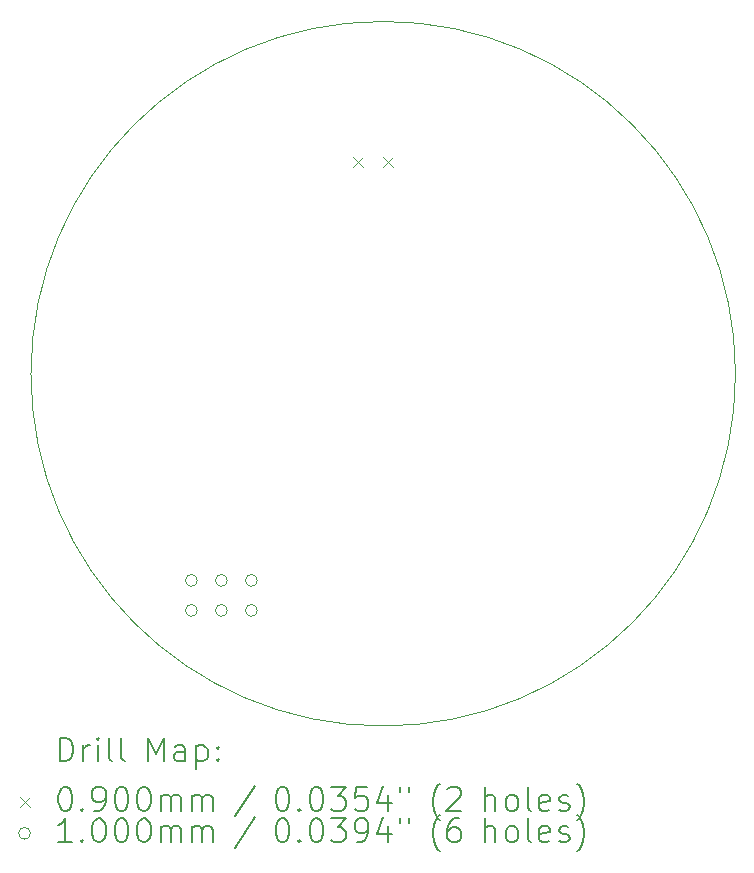
<source format=gbr>
%TF.GenerationSoftware,KiCad,Pcbnew,(6.99.0-2452-gdb4f2d9dd8)*%
%TF.CreationDate,2022-08-02T22:01:31-05:00*%
%TF.ProjectId,TofG,546f6647-2e6b-4696-9361-645f70636258,rev?*%
%TF.SameCoordinates,Original*%
%TF.FileFunction,Drillmap*%
%TF.FilePolarity,Positive*%
%FSLAX45Y45*%
G04 Gerber Fmt 4.5, Leading zero omitted, Abs format (unit mm)*
G04 Created by KiCad (PCBNEW (6.99.0-2452-gdb4f2d9dd8)) date 2022-08-02 22:01:31*
%MOMM*%
%LPD*%
G01*
G04 APERTURE LIST*
%ADD10C,0.100000*%
%ADD11C,0.200000*%
%ADD12C,0.090000*%
G04 APERTURE END LIST*
D10*
X9932506Y-7842506D02*
G75*
G03*
X9932506Y-7842506I-2982506J0D01*
G01*
D11*
D12*
X6691000Y-6005000D02*
X6781000Y-6095000D01*
X6781000Y-6005000D02*
X6691000Y-6095000D01*
X6945000Y-6005000D02*
X7035000Y-6095000D01*
X7035000Y-6005000D02*
X6945000Y-6095000D01*
D10*
X5376000Y-9593000D02*
G75*
G03*
X5376000Y-9593000I-50000J0D01*
G01*
X5376000Y-9847000D02*
G75*
G03*
X5376000Y-9847000I-50000J0D01*
G01*
X5630000Y-9593000D02*
G75*
G03*
X5630000Y-9593000I-50000J0D01*
G01*
X5630000Y-9847000D02*
G75*
G03*
X5630000Y-9847000I-50000J0D01*
G01*
X5884000Y-9593000D02*
G75*
G03*
X5884000Y-9593000I-50000J0D01*
G01*
X5884000Y-9847000D02*
G75*
G03*
X5884000Y-9847000I-50000J0D01*
G01*
D11*
X4210113Y-11123488D02*
X4210113Y-10923488D01*
X4210113Y-10923488D02*
X4257732Y-10923488D01*
X4257732Y-10923488D02*
X4286303Y-10933012D01*
X4286303Y-10933012D02*
X4305351Y-10952060D01*
X4305351Y-10952060D02*
X4314875Y-10971107D01*
X4314875Y-10971107D02*
X4324399Y-11009203D01*
X4324399Y-11009203D02*
X4324399Y-11037774D01*
X4324399Y-11037774D02*
X4314875Y-11075869D01*
X4314875Y-11075869D02*
X4305351Y-11094917D01*
X4305351Y-11094917D02*
X4286303Y-11113964D01*
X4286303Y-11113964D02*
X4257732Y-11123488D01*
X4257732Y-11123488D02*
X4210113Y-11123488D01*
X4410113Y-11123488D02*
X4410113Y-10990155D01*
X4410113Y-11028250D02*
X4419637Y-11009203D01*
X4419637Y-11009203D02*
X4429161Y-10999679D01*
X4429161Y-10999679D02*
X4448208Y-10990155D01*
X4448208Y-10990155D02*
X4467256Y-10990155D01*
X4533922Y-11123488D02*
X4533922Y-10990155D01*
X4533922Y-10923488D02*
X4524399Y-10933012D01*
X4524399Y-10933012D02*
X4533922Y-10942536D01*
X4533922Y-10942536D02*
X4543446Y-10933012D01*
X4543446Y-10933012D02*
X4533922Y-10923488D01*
X4533922Y-10923488D02*
X4533922Y-10942536D01*
X4657732Y-11123488D02*
X4638684Y-11113964D01*
X4638684Y-11113964D02*
X4629161Y-11094917D01*
X4629161Y-11094917D02*
X4629161Y-10923488D01*
X4762494Y-11123488D02*
X4743446Y-11113964D01*
X4743446Y-11113964D02*
X4733922Y-11094917D01*
X4733922Y-11094917D02*
X4733922Y-10923488D01*
X4958684Y-11123488D02*
X4958684Y-10923488D01*
X4958684Y-10923488D02*
X5025351Y-11066345D01*
X5025351Y-11066345D02*
X5092018Y-10923488D01*
X5092018Y-10923488D02*
X5092018Y-11123488D01*
X5272970Y-11123488D02*
X5272970Y-11018726D01*
X5272970Y-11018726D02*
X5263446Y-10999679D01*
X5263446Y-10999679D02*
X5244399Y-10990155D01*
X5244399Y-10990155D02*
X5206303Y-10990155D01*
X5206303Y-10990155D02*
X5187256Y-10999679D01*
X5272970Y-11113964D02*
X5253922Y-11123488D01*
X5253922Y-11123488D02*
X5206303Y-11123488D01*
X5206303Y-11123488D02*
X5187256Y-11113964D01*
X5187256Y-11113964D02*
X5177732Y-11094917D01*
X5177732Y-11094917D02*
X5177732Y-11075869D01*
X5177732Y-11075869D02*
X5187256Y-11056822D01*
X5187256Y-11056822D02*
X5206303Y-11047298D01*
X5206303Y-11047298D02*
X5253922Y-11047298D01*
X5253922Y-11047298D02*
X5272970Y-11037774D01*
X5368208Y-10990155D02*
X5368208Y-11190155D01*
X5368208Y-10999679D02*
X5387256Y-10990155D01*
X5387256Y-10990155D02*
X5425351Y-10990155D01*
X5425351Y-10990155D02*
X5444399Y-10999679D01*
X5444399Y-10999679D02*
X5453922Y-11009203D01*
X5453922Y-11009203D02*
X5463446Y-11028250D01*
X5463446Y-11028250D02*
X5463446Y-11085393D01*
X5463446Y-11085393D02*
X5453922Y-11104441D01*
X5453922Y-11104441D02*
X5444399Y-11113964D01*
X5444399Y-11113964D02*
X5425351Y-11123488D01*
X5425351Y-11123488D02*
X5387256Y-11123488D01*
X5387256Y-11123488D02*
X5368208Y-11113964D01*
X5549161Y-11104441D02*
X5558684Y-11113964D01*
X5558684Y-11113964D02*
X5549161Y-11123488D01*
X5549161Y-11123488D02*
X5539637Y-11113964D01*
X5539637Y-11113964D02*
X5549161Y-11104441D01*
X5549161Y-11104441D02*
X5549161Y-11123488D01*
X5549161Y-10999679D02*
X5558684Y-11009203D01*
X5558684Y-11009203D02*
X5549161Y-11018726D01*
X5549161Y-11018726D02*
X5539637Y-11009203D01*
X5539637Y-11009203D02*
X5549161Y-10999679D01*
X5549161Y-10999679D02*
X5549161Y-11018726D01*
D12*
X3872494Y-11425012D02*
X3962494Y-11515012D01*
X3962494Y-11425012D02*
X3872494Y-11515012D01*
D11*
X4248208Y-11343488D02*
X4267256Y-11343488D01*
X4267256Y-11343488D02*
X4286303Y-11353012D01*
X4286303Y-11353012D02*
X4295827Y-11362536D01*
X4295827Y-11362536D02*
X4305351Y-11381583D01*
X4305351Y-11381583D02*
X4314875Y-11419679D01*
X4314875Y-11419679D02*
X4314875Y-11467298D01*
X4314875Y-11467298D02*
X4305351Y-11505393D01*
X4305351Y-11505393D02*
X4295827Y-11524441D01*
X4295827Y-11524441D02*
X4286303Y-11533964D01*
X4286303Y-11533964D02*
X4267256Y-11543488D01*
X4267256Y-11543488D02*
X4248208Y-11543488D01*
X4248208Y-11543488D02*
X4229161Y-11533964D01*
X4229161Y-11533964D02*
X4219637Y-11524441D01*
X4219637Y-11524441D02*
X4210113Y-11505393D01*
X4210113Y-11505393D02*
X4200589Y-11467298D01*
X4200589Y-11467298D02*
X4200589Y-11419679D01*
X4200589Y-11419679D02*
X4210113Y-11381583D01*
X4210113Y-11381583D02*
X4219637Y-11362536D01*
X4219637Y-11362536D02*
X4229161Y-11353012D01*
X4229161Y-11353012D02*
X4248208Y-11343488D01*
X4400589Y-11524441D02*
X4410113Y-11533964D01*
X4410113Y-11533964D02*
X4400589Y-11543488D01*
X4400589Y-11543488D02*
X4391065Y-11533964D01*
X4391065Y-11533964D02*
X4400589Y-11524441D01*
X4400589Y-11524441D02*
X4400589Y-11543488D01*
X4505351Y-11543488D02*
X4543446Y-11543488D01*
X4543446Y-11543488D02*
X4562494Y-11533964D01*
X4562494Y-11533964D02*
X4572018Y-11524441D01*
X4572018Y-11524441D02*
X4591065Y-11495869D01*
X4591065Y-11495869D02*
X4600589Y-11457774D01*
X4600589Y-11457774D02*
X4600589Y-11381583D01*
X4600589Y-11381583D02*
X4591065Y-11362536D01*
X4591065Y-11362536D02*
X4581542Y-11353012D01*
X4581542Y-11353012D02*
X4562494Y-11343488D01*
X4562494Y-11343488D02*
X4524399Y-11343488D01*
X4524399Y-11343488D02*
X4505351Y-11353012D01*
X4505351Y-11353012D02*
X4495827Y-11362536D01*
X4495827Y-11362536D02*
X4486303Y-11381583D01*
X4486303Y-11381583D02*
X4486303Y-11429202D01*
X4486303Y-11429202D02*
X4495827Y-11448250D01*
X4495827Y-11448250D02*
X4505351Y-11457774D01*
X4505351Y-11457774D02*
X4524399Y-11467298D01*
X4524399Y-11467298D02*
X4562494Y-11467298D01*
X4562494Y-11467298D02*
X4581542Y-11457774D01*
X4581542Y-11457774D02*
X4591065Y-11448250D01*
X4591065Y-11448250D02*
X4600589Y-11429202D01*
X4724399Y-11343488D02*
X4743446Y-11343488D01*
X4743446Y-11343488D02*
X4762494Y-11353012D01*
X4762494Y-11353012D02*
X4772018Y-11362536D01*
X4772018Y-11362536D02*
X4781542Y-11381583D01*
X4781542Y-11381583D02*
X4791065Y-11419679D01*
X4791065Y-11419679D02*
X4791065Y-11467298D01*
X4791065Y-11467298D02*
X4781542Y-11505393D01*
X4781542Y-11505393D02*
X4772018Y-11524441D01*
X4772018Y-11524441D02*
X4762494Y-11533964D01*
X4762494Y-11533964D02*
X4743446Y-11543488D01*
X4743446Y-11543488D02*
X4724399Y-11543488D01*
X4724399Y-11543488D02*
X4705351Y-11533964D01*
X4705351Y-11533964D02*
X4695827Y-11524441D01*
X4695827Y-11524441D02*
X4686303Y-11505393D01*
X4686303Y-11505393D02*
X4676780Y-11467298D01*
X4676780Y-11467298D02*
X4676780Y-11419679D01*
X4676780Y-11419679D02*
X4686303Y-11381583D01*
X4686303Y-11381583D02*
X4695827Y-11362536D01*
X4695827Y-11362536D02*
X4705351Y-11353012D01*
X4705351Y-11353012D02*
X4724399Y-11343488D01*
X4914875Y-11343488D02*
X4933923Y-11343488D01*
X4933923Y-11343488D02*
X4952970Y-11353012D01*
X4952970Y-11353012D02*
X4962494Y-11362536D01*
X4962494Y-11362536D02*
X4972018Y-11381583D01*
X4972018Y-11381583D02*
X4981542Y-11419679D01*
X4981542Y-11419679D02*
X4981542Y-11467298D01*
X4981542Y-11467298D02*
X4972018Y-11505393D01*
X4972018Y-11505393D02*
X4962494Y-11524441D01*
X4962494Y-11524441D02*
X4952970Y-11533964D01*
X4952970Y-11533964D02*
X4933923Y-11543488D01*
X4933923Y-11543488D02*
X4914875Y-11543488D01*
X4914875Y-11543488D02*
X4895827Y-11533964D01*
X4895827Y-11533964D02*
X4886303Y-11524441D01*
X4886303Y-11524441D02*
X4876780Y-11505393D01*
X4876780Y-11505393D02*
X4867256Y-11467298D01*
X4867256Y-11467298D02*
X4867256Y-11419679D01*
X4867256Y-11419679D02*
X4876780Y-11381583D01*
X4876780Y-11381583D02*
X4886303Y-11362536D01*
X4886303Y-11362536D02*
X4895827Y-11353012D01*
X4895827Y-11353012D02*
X4914875Y-11343488D01*
X5067256Y-11543488D02*
X5067256Y-11410155D01*
X5067256Y-11429202D02*
X5076780Y-11419679D01*
X5076780Y-11419679D02*
X5095827Y-11410155D01*
X5095827Y-11410155D02*
X5124399Y-11410155D01*
X5124399Y-11410155D02*
X5143446Y-11419679D01*
X5143446Y-11419679D02*
X5152970Y-11438726D01*
X5152970Y-11438726D02*
X5152970Y-11543488D01*
X5152970Y-11438726D02*
X5162494Y-11419679D01*
X5162494Y-11419679D02*
X5181542Y-11410155D01*
X5181542Y-11410155D02*
X5210113Y-11410155D01*
X5210113Y-11410155D02*
X5229161Y-11419679D01*
X5229161Y-11419679D02*
X5238684Y-11438726D01*
X5238684Y-11438726D02*
X5238684Y-11543488D01*
X5333923Y-11543488D02*
X5333923Y-11410155D01*
X5333923Y-11429202D02*
X5343446Y-11419679D01*
X5343446Y-11419679D02*
X5362494Y-11410155D01*
X5362494Y-11410155D02*
X5391065Y-11410155D01*
X5391065Y-11410155D02*
X5410113Y-11419679D01*
X5410113Y-11419679D02*
X5419637Y-11438726D01*
X5419637Y-11438726D02*
X5419637Y-11543488D01*
X5419637Y-11438726D02*
X5429161Y-11419679D01*
X5429161Y-11419679D02*
X5448208Y-11410155D01*
X5448208Y-11410155D02*
X5476780Y-11410155D01*
X5476780Y-11410155D02*
X5495827Y-11419679D01*
X5495827Y-11419679D02*
X5505351Y-11438726D01*
X5505351Y-11438726D02*
X5505351Y-11543488D01*
X5863446Y-11333964D02*
X5692018Y-11591107D01*
X6088208Y-11343488D02*
X6107256Y-11343488D01*
X6107256Y-11343488D02*
X6126303Y-11353012D01*
X6126303Y-11353012D02*
X6135827Y-11362536D01*
X6135827Y-11362536D02*
X6145351Y-11381583D01*
X6145351Y-11381583D02*
X6154875Y-11419679D01*
X6154875Y-11419679D02*
X6154875Y-11467298D01*
X6154875Y-11467298D02*
X6145351Y-11505393D01*
X6145351Y-11505393D02*
X6135827Y-11524441D01*
X6135827Y-11524441D02*
X6126303Y-11533964D01*
X6126303Y-11533964D02*
X6107256Y-11543488D01*
X6107256Y-11543488D02*
X6088208Y-11543488D01*
X6088208Y-11543488D02*
X6069161Y-11533964D01*
X6069161Y-11533964D02*
X6059637Y-11524441D01*
X6059637Y-11524441D02*
X6050113Y-11505393D01*
X6050113Y-11505393D02*
X6040589Y-11467298D01*
X6040589Y-11467298D02*
X6040589Y-11419679D01*
X6040589Y-11419679D02*
X6050113Y-11381583D01*
X6050113Y-11381583D02*
X6059637Y-11362536D01*
X6059637Y-11362536D02*
X6069161Y-11353012D01*
X6069161Y-11353012D02*
X6088208Y-11343488D01*
X6240589Y-11524441D02*
X6250113Y-11533964D01*
X6250113Y-11533964D02*
X6240589Y-11543488D01*
X6240589Y-11543488D02*
X6231065Y-11533964D01*
X6231065Y-11533964D02*
X6240589Y-11524441D01*
X6240589Y-11524441D02*
X6240589Y-11543488D01*
X6373922Y-11343488D02*
X6392970Y-11343488D01*
X6392970Y-11343488D02*
X6412018Y-11353012D01*
X6412018Y-11353012D02*
X6421542Y-11362536D01*
X6421542Y-11362536D02*
X6431065Y-11381583D01*
X6431065Y-11381583D02*
X6440589Y-11419679D01*
X6440589Y-11419679D02*
X6440589Y-11467298D01*
X6440589Y-11467298D02*
X6431065Y-11505393D01*
X6431065Y-11505393D02*
X6421542Y-11524441D01*
X6421542Y-11524441D02*
X6412018Y-11533964D01*
X6412018Y-11533964D02*
X6392970Y-11543488D01*
X6392970Y-11543488D02*
X6373922Y-11543488D01*
X6373922Y-11543488D02*
X6354875Y-11533964D01*
X6354875Y-11533964D02*
X6345351Y-11524441D01*
X6345351Y-11524441D02*
X6335827Y-11505393D01*
X6335827Y-11505393D02*
X6326303Y-11467298D01*
X6326303Y-11467298D02*
X6326303Y-11419679D01*
X6326303Y-11419679D02*
X6335827Y-11381583D01*
X6335827Y-11381583D02*
X6345351Y-11362536D01*
X6345351Y-11362536D02*
X6354875Y-11353012D01*
X6354875Y-11353012D02*
X6373922Y-11343488D01*
X6507256Y-11343488D02*
X6631065Y-11343488D01*
X6631065Y-11343488D02*
X6564399Y-11419679D01*
X6564399Y-11419679D02*
X6592970Y-11419679D01*
X6592970Y-11419679D02*
X6612018Y-11429202D01*
X6612018Y-11429202D02*
X6621542Y-11438726D01*
X6621542Y-11438726D02*
X6631065Y-11457774D01*
X6631065Y-11457774D02*
X6631065Y-11505393D01*
X6631065Y-11505393D02*
X6621542Y-11524441D01*
X6621542Y-11524441D02*
X6612018Y-11533964D01*
X6612018Y-11533964D02*
X6592970Y-11543488D01*
X6592970Y-11543488D02*
X6535827Y-11543488D01*
X6535827Y-11543488D02*
X6516780Y-11533964D01*
X6516780Y-11533964D02*
X6507256Y-11524441D01*
X6812018Y-11343488D02*
X6716780Y-11343488D01*
X6716780Y-11343488D02*
X6707256Y-11438726D01*
X6707256Y-11438726D02*
X6716780Y-11429202D01*
X6716780Y-11429202D02*
X6735827Y-11419679D01*
X6735827Y-11419679D02*
X6783446Y-11419679D01*
X6783446Y-11419679D02*
X6802494Y-11429202D01*
X6802494Y-11429202D02*
X6812018Y-11438726D01*
X6812018Y-11438726D02*
X6821542Y-11457774D01*
X6821542Y-11457774D02*
X6821542Y-11505393D01*
X6821542Y-11505393D02*
X6812018Y-11524441D01*
X6812018Y-11524441D02*
X6802494Y-11533964D01*
X6802494Y-11533964D02*
X6783446Y-11543488D01*
X6783446Y-11543488D02*
X6735827Y-11543488D01*
X6735827Y-11543488D02*
X6716780Y-11533964D01*
X6716780Y-11533964D02*
X6707256Y-11524441D01*
X6992970Y-11410155D02*
X6992970Y-11543488D01*
X6945351Y-11333964D02*
X6897732Y-11476822D01*
X6897732Y-11476822D02*
X7021542Y-11476822D01*
X7088208Y-11343488D02*
X7088208Y-11381583D01*
X7164399Y-11343488D02*
X7164399Y-11381583D01*
X7427256Y-11619679D02*
X7417732Y-11610155D01*
X7417732Y-11610155D02*
X7398684Y-11581583D01*
X7398684Y-11581583D02*
X7389161Y-11562536D01*
X7389161Y-11562536D02*
X7379637Y-11533964D01*
X7379637Y-11533964D02*
X7370113Y-11486345D01*
X7370113Y-11486345D02*
X7370113Y-11448250D01*
X7370113Y-11448250D02*
X7379637Y-11400631D01*
X7379637Y-11400631D02*
X7389161Y-11372060D01*
X7389161Y-11372060D02*
X7398684Y-11353012D01*
X7398684Y-11353012D02*
X7417732Y-11324441D01*
X7417732Y-11324441D02*
X7427256Y-11314917D01*
X7493923Y-11362536D02*
X7503446Y-11353012D01*
X7503446Y-11353012D02*
X7522494Y-11343488D01*
X7522494Y-11343488D02*
X7570113Y-11343488D01*
X7570113Y-11343488D02*
X7589161Y-11353012D01*
X7589161Y-11353012D02*
X7598684Y-11362536D01*
X7598684Y-11362536D02*
X7608208Y-11381583D01*
X7608208Y-11381583D02*
X7608208Y-11400631D01*
X7608208Y-11400631D02*
X7598684Y-11429202D01*
X7598684Y-11429202D02*
X7484399Y-11543488D01*
X7484399Y-11543488D02*
X7608208Y-11543488D01*
X7813923Y-11543488D02*
X7813923Y-11343488D01*
X7899637Y-11543488D02*
X7899637Y-11438726D01*
X7899637Y-11438726D02*
X7890113Y-11419679D01*
X7890113Y-11419679D02*
X7871065Y-11410155D01*
X7871065Y-11410155D02*
X7842494Y-11410155D01*
X7842494Y-11410155D02*
X7823446Y-11419679D01*
X7823446Y-11419679D02*
X7813923Y-11429202D01*
X8023446Y-11543488D02*
X8004399Y-11533964D01*
X8004399Y-11533964D02*
X7994875Y-11524441D01*
X7994875Y-11524441D02*
X7985351Y-11505393D01*
X7985351Y-11505393D02*
X7985351Y-11448250D01*
X7985351Y-11448250D02*
X7994875Y-11429202D01*
X7994875Y-11429202D02*
X8004399Y-11419679D01*
X8004399Y-11419679D02*
X8023446Y-11410155D01*
X8023446Y-11410155D02*
X8052018Y-11410155D01*
X8052018Y-11410155D02*
X8071065Y-11419679D01*
X8071065Y-11419679D02*
X8080589Y-11429202D01*
X8080589Y-11429202D02*
X8090113Y-11448250D01*
X8090113Y-11448250D02*
X8090113Y-11505393D01*
X8090113Y-11505393D02*
X8080589Y-11524441D01*
X8080589Y-11524441D02*
X8071065Y-11533964D01*
X8071065Y-11533964D02*
X8052018Y-11543488D01*
X8052018Y-11543488D02*
X8023446Y-11543488D01*
X8204399Y-11543488D02*
X8185351Y-11533964D01*
X8185351Y-11533964D02*
X8175827Y-11514917D01*
X8175827Y-11514917D02*
X8175827Y-11343488D01*
X8356780Y-11533964D02*
X8337732Y-11543488D01*
X8337732Y-11543488D02*
X8299637Y-11543488D01*
X8299637Y-11543488D02*
X8280589Y-11533964D01*
X8280589Y-11533964D02*
X8271065Y-11514917D01*
X8271065Y-11514917D02*
X8271065Y-11438726D01*
X8271065Y-11438726D02*
X8280589Y-11419679D01*
X8280589Y-11419679D02*
X8299637Y-11410155D01*
X8299637Y-11410155D02*
X8337732Y-11410155D01*
X8337732Y-11410155D02*
X8356780Y-11419679D01*
X8356780Y-11419679D02*
X8366304Y-11438726D01*
X8366304Y-11438726D02*
X8366304Y-11457774D01*
X8366304Y-11457774D02*
X8271065Y-11476822D01*
X8442494Y-11533964D02*
X8461542Y-11543488D01*
X8461542Y-11543488D02*
X8499637Y-11543488D01*
X8499637Y-11543488D02*
X8518685Y-11533964D01*
X8518685Y-11533964D02*
X8528208Y-11514917D01*
X8528208Y-11514917D02*
X8528208Y-11505393D01*
X8528208Y-11505393D02*
X8518685Y-11486345D01*
X8518685Y-11486345D02*
X8499637Y-11476822D01*
X8499637Y-11476822D02*
X8471066Y-11476822D01*
X8471066Y-11476822D02*
X8452018Y-11467298D01*
X8452018Y-11467298D02*
X8442494Y-11448250D01*
X8442494Y-11448250D02*
X8442494Y-11438726D01*
X8442494Y-11438726D02*
X8452018Y-11419679D01*
X8452018Y-11419679D02*
X8471066Y-11410155D01*
X8471066Y-11410155D02*
X8499637Y-11410155D01*
X8499637Y-11410155D02*
X8518685Y-11419679D01*
X8594875Y-11619679D02*
X8604399Y-11610155D01*
X8604399Y-11610155D02*
X8623447Y-11581583D01*
X8623447Y-11581583D02*
X8632970Y-11562536D01*
X8632970Y-11562536D02*
X8642494Y-11533964D01*
X8642494Y-11533964D02*
X8652018Y-11486345D01*
X8652018Y-11486345D02*
X8652018Y-11448250D01*
X8652018Y-11448250D02*
X8642494Y-11400631D01*
X8642494Y-11400631D02*
X8632970Y-11372060D01*
X8632970Y-11372060D02*
X8623447Y-11353012D01*
X8623447Y-11353012D02*
X8604399Y-11324441D01*
X8604399Y-11324441D02*
X8594875Y-11314917D01*
D10*
X3962494Y-11734012D02*
G75*
G03*
X3962494Y-11734012I-50000J0D01*
G01*
D11*
X4314875Y-11807488D02*
X4200589Y-11807488D01*
X4257732Y-11807488D02*
X4257732Y-11607488D01*
X4257732Y-11607488D02*
X4238684Y-11636060D01*
X4238684Y-11636060D02*
X4219637Y-11655107D01*
X4219637Y-11655107D02*
X4200589Y-11664631D01*
X4400589Y-11788441D02*
X4410113Y-11797964D01*
X4410113Y-11797964D02*
X4400589Y-11807488D01*
X4400589Y-11807488D02*
X4391065Y-11797964D01*
X4391065Y-11797964D02*
X4400589Y-11788441D01*
X4400589Y-11788441D02*
X4400589Y-11807488D01*
X4533922Y-11607488D02*
X4552970Y-11607488D01*
X4552970Y-11607488D02*
X4572018Y-11617012D01*
X4572018Y-11617012D02*
X4581542Y-11626536D01*
X4581542Y-11626536D02*
X4591065Y-11645583D01*
X4591065Y-11645583D02*
X4600589Y-11683679D01*
X4600589Y-11683679D02*
X4600589Y-11731298D01*
X4600589Y-11731298D02*
X4591065Y-11769393D01*
X4591065Y-11769393D02*
X4581542Y-11788441D01*
X4581542Y-11788441D02*
X4572018Y-11797964D01*
X4572018Y-11797964D02*
X4552970Y-11807488D01*
X4552970Y-11807488D02*
X4533922Y-11807488D01*
X4533922Y-11807488D02*
X4514875Y-11797964D01*
X4514875Y-11797964D02*
X4505351Y-11788441D01*
X4505351Y-11788441D02*
X4495827Y-11769393D01*
X4495827Y-11769393D02*
X4486303Y-11731298D01*
X4486303Y-11731298D02*
X4486303Y-11683679D01*
X4486303Y-11683679D02*
X4495827Y-11645583D01*
X4495827Y-11645583D02*
X4505351Y-11626536D01*
X4505351Y-11626536D02*
X4514875Y-11617012D01*
X4514875Y-11617012D02*
X4533922Y-11607488D01*
X4724399Y-11607488D02*
X4743446Y-11607488D01*
X4743446Y-11607488D02*
X4762494Y-11617012D01*
X4762494Y-11617012D02*
X4772018Y-11626536D01*
X4772018Y-11626536D02*
X4781542Y-11645583D01*
X4781542Y-11645583D02*
X4791065Y-11683679D01*
X4791065Y-11683679D02*
X4791065Y-11731298D01*
X4791065Y-11731298D02*
X4781542Y-11769393D01*
X4781542Y-11769393D02*
X4772018Y-11788441D01*
X4772018Y-11788441D02*
X4762494Y-11797964D01*
X4762494Y-11797964D02*
X4743446Y-11807488D01*
X4743446Y-11807488D02*
X4724399Y-11807488D01*
X4724399Y-11807488D02*
X4705351Y-11797964D01*
X4705351Y-11797964D02*
X4695827Y-11788441D01*
X4695827Y-11788441D02*
X4686303Y-11769393D01*
X4686303Y-11769393D02*
X4676780Y-11731298D01*
X4676780Y-11731298D02*
X4676780Y-11683679D01*
X4676780Y-11683679D02*
X4686303Y-11645583D01*
X4686303Y-11645583D02*
X4695827Y-11626536D01*
X4695827Y-11626536D02*
X4705351Y-11617012D01*
X4705351Y-11617012D02*
X4724399Y-11607488D01*
X4914875Y-11607488D02*
X4933923Y-11607488D01*
X4933923Y-11607488D02*
X4952970Y-11617012D01*
X4952970Y-11617012D02*
X4962494Y-11626536D01*
X4962494Y-11626536D02*
X4972018Y-11645583D01*
X4972018Y-11645583D02*
X4981542Y-11683679D01*
X4981542Y-11683679D02*
X4981542Y-11731298D01*
X4981542Y-11731298D02*
X4972018Y-11769393D01*
X4972018Y-11769393D02*
X4962494Y-11788441D01*
X4962494Y-11788441D02*
X4952970Y-11797964D01*
X4952970Y-11797964D02*
X4933923Y-11807488D01*
X4933923Y-11807488D02*
X4914875Y-11807488D01*
X4914875Y-11807488D02*
X4895827Y-11797964D01*
X4895827Y-11797964D02*
X4886303Y-11788441D01*
X4886303Y-11788441D02*
X4876780Y-11769393D01*
X4876780Y-11769393D02*
X4867256Y-11731298D01*
X4867256Y-11731298D02*
X4867256Y-11683679D01*
X4867256Y-11683679D02*
X4876780Y-11645583D01*
X4876780Y-11645583D02*
X4886303Y-11626536D01*
X4886303Y-11626536D02*
X4895827Y-11617012D01*
X4895827Y-11617012D02*
X4914875Y-11607488D01*
X5067256Y-11807488D02*
X5067256Y-11674155D01*
X5067256Y-11693202D02*
X5076780Y-11683679D01*
X5076780Y-11683679D02*
X5095827Y-11674155D01*
X5095827Y-11674155D02*
X5124399Y-11674155D01*
X5124399Y-11674155D02*
X5143446Y-11683679D01*
X5143446Y-11683679D02*
X5152970Y-11702726D01*
X5152970Y-11702726D02*
X5152970Y-11807488D01*
X5152970Y-11702726D02*
X5162494Y-11683679D01*
X5162494Y-11683679D02*
X5181542Y-11674155D01*
X5181542Y-11674155D02*
X5210113Y-11674155D01*
X5210113Y-11674155D02*
X5229161Y-11683679D01*
X5229161Y-11683679D02*
X5238684Y-11702726D01*
X5238684Y-11702726D02*
X5238684Y-11807488D01*
X5333923Y-11807488D02*
X5333923Y-11674155D01*
X5333923Y-11693202D02*
X5343446Y-11683679D01*
X5343446Y-11683679D02*
X5362494Y-11674155D01*
X5362494Y-11674155D02*
X5391065Y-11674155D01*
X5391065Y-11674155D02*
X5410113Y-11683679D01*
X5410113Y-11683679D02*
X5419637Y-11702726D01*
X5419637Y-11702726D02*
X5419637Y-11807488D01*
X5419637Y-11702726D02*
X5429161Y-11683679D01*
X5429161Y-11683679D02*
X5448208Y-11674155D01*
X5448208Y-11674155D02*
X5476780Y-11674155D01*
X5476780Y-11674155D02*
X5495827Y-11683679D01*
X5495827Y-11683679D02*
X5505351Y-11702726D01*
X5505351Y-11702726D02*
X5505351Y-11807488D01*
X5863446Y-11597964D02*
X5692018Y-11855107D01*
X6088208Y-11607488D02*
X6107256Y-11607488D01*
X6107256Y-11607488D02*
X6126303Y-11617012D01*
X6126303Y-11617012D02*
X6135827Y-11626536D01*
X6135827Y-11626536D02*
X6145351Y-11645583D01*
X6145351Y-11645583D02*
X6154875Y-11683679D01*
X6154875Y-11683679D02*
X6154875Y-11731298D01*
X6154875Y-11731298D02*
X6145351Y-11769393D01*
X6145351Y-11769393D02*
X6135827Y-11788441D01*
X6135827Y-11788441D02*
X6126303Y-11797964D01*
X6126303Y-11797964D02*
X6107256Y-11807488D01*
X6107256Y-11807488D02*
X6088208Y-11807488D01*
X6088208Y-11807488D02*
X6069161Y-11797964D01*
X6069161Y-11797964D02*
X6059637Y-11788441D01*
X6059637Y-11788441D02*
X6050113Y-11769393D01*
X6050113Y-11769393D02*
X6040589Y-11731298D01*
X6040589Y-11731298D02*
X6040589Y-11683679D01*
X6040589Y-11683679D02*
X6050113Y-11645583D01*
X6050113Y-11645583D02*
X6059637Y-11626536D01*
X6059637Y-11626536D02*
X6069161Y-11617012D01*
X6069161Y-11617012D02*
X6088208Y-11607488D01*
X6240589Y-11788441D02*
X6250113Y-11797964D01*
X6250113Y-11797964D02*
X6240589Y-11807488D01*
X6240589Y-11807488D02*
X6231065Y-11797964D01*
X6231065Y-11797964D02*
X6240589Y-11788441D01*
X6240589Y-11788441D02*
X6240589Y-11807488D01*
X6373922Y-11607488D02*
X6392970Y-11607488D01*
X6392970Y-11607488D02*
X6412018Y-11617012D01*
X6412018Y-11617012D02*
X6421542Y-11626536D01*
X6421542Y-11626536D02*
X6431065Y-11645583D01*
X6431065Y-11645583D02*
X6440589Y-11683679D01*
X6440589Y-11683679D02*
X6440589Y-11731298D01*
X6440589Y-11731298D02*
X6431065Y-11769393D01*
X6431065Y-11769393D02*
X6421542Y-11788441D01*
X6421542Y-11788441D02*
X6412018Y-11797964D01*
X6412018Y-11797964D02*
X6392970Y-11807488D01*
X6392970Y-11807488D02*
X6373922Y-11807488D01*
X6373922Y-11807488D02*
X6354875Y-11797964D01*
X6354875Y-11797964D02*
X6345351Y-11788441D01*
X6345351Y-11788441D02*
X6335827Y-11769393D01*
X6335827Y-11769393D02*
X6326303Y-11731298D01*
X6326303Y-11731298D02*
X6326303Y-11683679D01*
X6326303Y-11683679D02*
X6335827Y-11645583D01*
X6335827Y-11645583D02*
X6345351Y-11626536D01*
X6345351Y-11626536D02*
X6354875Y-11617012D01*
X6354875Y-11617012D02*
X6373922Y-11607488D01*
X6507256Y-11607488D02*
X6631065Y-11607488D01*
X6631065Y-11607488D02*
X6564399Y-11683679D01*
X6564399Y-11683679D02*
X6592970Y-11683679D01*
X6592970Y-11683679D02*
X6612018Y-11693202D01*
X6612018Y-11693202D02*
X6621542Y-11702726D01*
X6621542Y-11702726D02*
X6631065Y-11721774D01*
X6631065Y-11721774D02*
X6631065Y-11769393D01*
X6631065Y-11769393D02*
X6621542Y-11788441D01*
X6621542Y-11788441D02*
X6612018Y-11797964D01*
X6612018Y-11797964D02*
X6592970Y-11807488D01*
X6592970Y-11807488D02*
X6535827Y-11807488D01*
X6535827Y-11807488D02*
X6516780Y-11797964D01*
X6516780Y-11797964D02*
X6507256Y-11788441D01*
X6726303Y-11807488D02*
X6764399Y-11807488D01*
X6764399Y-11807488D02*
X6783446Y-11797964D01*
X6783446Y-11797964D02*
X6792970Y-11788441D01*
X6792970Y-11788441D02*
X6812018Y-11759869D01*
X6812018Y-11759869D02*
X6821542Y-11721774D01*
X6821542Y-11721774D02*
X6821542Y-11645583D01*
X6821542Y-11645583D02*
X6812018Y-11626536D01*
X6812018Y-11626536D02*
X6802494Y-11617012D01*
X6802494Y-11617012D02*
X6783446Y-11607488D01*
X6783446Y-11607488D02*
X6745351Y-11607488D01*
X6745351Y-11607488D02*
X6726303Y-11617012D01*
X6726303Y-11617012D02*
X6716780Y-11626536D01*
X6716780Y-11626536D02*
X6707256Y-11645583D01*
X6707256Y-11645583D02*
X6707256Y-11693202D01*
X6707256Y-11693202D02*
X6716780Y-11712250D01*
X6716780Y-11712250D02*
X6726303Y-11721774D01*
X6726303Y-11721774D02*
X6745351Y-11731298D01*
X6745351Y-11731298D02*
X6783446Y-11731298D01*
X6783446Y-11731298D02*
X6802494Y-11721774D01*
X6802494Y-11721774D02*
X6812018Y-11712250D01*
X6812018Y-11712250D02*
X6821542Y-11693202D01*
X6992970Y-11674155D02*
X6992970Y-11807488D01*
X6945351Y-11597964D02*
X6897732Y-11740822D01*
X6897732Y-11740822D02*
X7021542Y-11740822D01*
X7088208Y-11607488D02*
X7088208Y-11645583D01*
X7164399Y-11607488D02*
X7164399Y-11645583D01*
X7427256Y-11883679D02*
X7417732Y-11874155D01*
X7417732Y-11874155D02*
X7398684Y-11845583D01*
X7398684Y-11845583D02*
X7389161Y-11826536D01*
X7389161Y-11826536D02*
X7379637Y-11797964D01*
X7379637Y-11797964D02*
X7370113Y-11750345D01*
X7370113Y-11750345D02*
X7370113Y-11712250D01*
X7370113Y-11712250D02*
X7379637Y-11664631D01*
X7379637Y-11664631D02*
X7389161Y-11636060D01*
X7389161Y-11636060D02*
X7398684Y-11617012D01*
X7398684Y-11617012D02*
X7417732Y-11588441D01*
X7417732Y-11588441D02*
X7427256Y-11578917D01*
X7589161Y-11607488D02*
X7551065Y-11607488D01*
X7551065Y-11607488D02*
X7532018Y-11617012D01*
X7532018Y-11617012D02*
X7522494Y-11626536D01*
X7522494Y-11626536D02*
X7503446Y-11655107D01*
X7503446Y-11655107D02*
X7493923Y-11693202D01*
X7493923Y-11693202D02*
X7493923Y-11769393D01*
X7493923Y-11769393D02*
X7503446Y-11788441D01*
X7503446Y-11788441D02*
X7512970Y-11797964D01*
X7512970Y-11797964D02*
X7532018Y-11807488D01*
X7532018Y-11807488D02*
X7570113Y-11807488D01*
X7570113Y-11807488D02*
X7589161Y-11797964D01*
X7589161Y-11797964D02*
X7598684Y-11788441D01*
X7598684Y-11788441D02*
X7608208Y-11769393D01*
X7608208Y-11769393D02*
X7608208Y-11721774D01*
X7608208Y-11721774D02*
X7598684Y-11702726D01*
X7598684Y-11702726D02*
X7589161Y-11693202D01*
X7589161Y-11693202D02*
X7570113Y-11683679D01*
X7570113Y-11683679D02*
X7532018Y-11683679D01*
X7532018Y-11683679D02*
X7512970Y-11693202D01*
X7512970Y-11693202D02*
X7503446Y-11702726D01*
X7503446Y-11702726D02*
X7493923Y-11721774D01*
X7813923Y-11807488D02*
X7813923Y-11607488D01*
X7899637Y-11807488D02*
X7899637Y-11702726D01*
X7899637Y-11702726D02*
X7890113Y-11683679D01*
X7890113Y-11683679D02*
X7871065Y-11674155D01*
X7871065Y-11674155D02*
X7842494Y-11674155D01*
X7842494Y-11674155D02*
X7823446Y-11683679D01*
X7823446Y-11683679D02*
X7813923Y-11693202D01*
X8023446Y-11807488D02*
X8004399Y-11797964D01*
X8004399Y-11797964D02*
X7994875Y-11788441D01*
X7994875Y-11788441D02*
X7985351Y-11769393D01*
X7985351Y-11769393D02*
X7985351Y-11712250D01*
X7985351Y-11712250D02*
X7994875Y-11693202D01*
X7994875Y-11693202D02*
X8004399Y-11683679D01*
X8004399Y-11683679D02*
X8023446Y-11674155D01*
X8023446Y-11674155D02*
X8052018Y-11674155D01*
X8052018Y-11674155D02*
X8071065Y-11683679D01*
X8071065Y-11683679D02*
X8080589Y-11693202D01*
X8080589Y-11693202D02*
X8090113Y-11712250D01*
X8090113Y-11712250D02*
X8090113Y-11769393D01*
X8090113Y-11769393D02*
X8080589Y-11788441D01*
X8080589Y-11788441D02*
X8071065Y-11797964D01*
X8071065Y-11797964D02*
X8052018Y-11807488D01*
X8052018Y-11807488D02*
X8023446Y-11807488D01*
X8204399Y-11807488D02*
X8185351Y-11797964D01*
X8185351Y-11797964D02*
X8175827Y-11778917D01*
X8175827Y-11778917D02*
X8175827Y-11607488D01*
X8356780Y-11797964D02*
X8337732Y-11807488D01*
X8337732Y-11807488D02*
X8299637Y-11807488D01*
X8299637Y-11807488D02*
X8280589Y-11797964D01*
X8280589Y-11797964D02*
X8271065Y-11778917D01*
X8271065Y-11778917D02*
X8271065Y-11702726D01*
X8271065Y-11702726D02*
X8280589Y-11683679D01*
X8280589Y-11683679D02*
X8299637Y-11674155D01*
X8299637Y-11674155D02*
X8337732Y-11674155D01*
X8337732Y-11674155D02*
X8356780Y-11683679D01*
X8356780Y-11683679D02*
X8366304Y-11702726D01*
X8366304Y-11702726D02*
X8366304Y-11721774D01*
X8366304Y-11721774D02*
X8271065Y-11740822D01*
X8442494Y-11797964D02*
X8461542Y-11807488D01*
X8461542Y-11807488D02*
X8499637Y-11807488D01*
X8499637Y-11807488D02*
X8518685Y-11797964D01*
X8518685Y-11797964D02*
X8528208Y-11778917D01*
X8528208Y-11778917D02*
X8528208Y-11769393D01*
X8528208Y-11769393D02*
X8518685Y-11750345D01*
X8518685Y-11750345D02*
X8499637Y-11740822D01*
X8499637Y-11740822D02*
X8471066Y-11740822D01*
X8471066Y-11740822D02*
X8452018Y-11731298D01*
X8452018Y-11731298D02*
X8442494Y-11712250D01*
X8442494Y-11712250D02*
X8442494Y-11702726D01*
X8442494Y-11702726D02*
X8452018Y-11683679D01*
X8452018Y-11683679D02*
X8471066Y-11674155D01*
X8471066Y-11674155D02*
X8499637Y-11674155D01*
X8499637Y-11674155D02*
X8518685Y-11683679D01*
X8594875Y-11883679D02*
X8604399Y-11874155D01*
X8604399Y-11874155D02*
X8623447Y-11845583D01*
X8623447Y-11845583D02*
X8632970Y-11826536D01*
X8632970Y-11826536D02*
X8642494Y-11797964D01*
X8642494Y-11797964D02*
X8652018Y-11750345D01*
X8652018Y-11750345D02*
X8652018Y-11712250D01*
X8652018Y-11712250D02*
X8642494Y-11664631D01*
X8642494Y-11664631D02*
X8632970Y-11636060D01*
X8632970Y-11636060D02*
X8623447Y-11617012D01*
X8623447Y-11617012D02*
X8604399Y-11588441D01*
X8604399Y-11588441D02*
X8594875Y-11578917D01*
M02*

</source>
